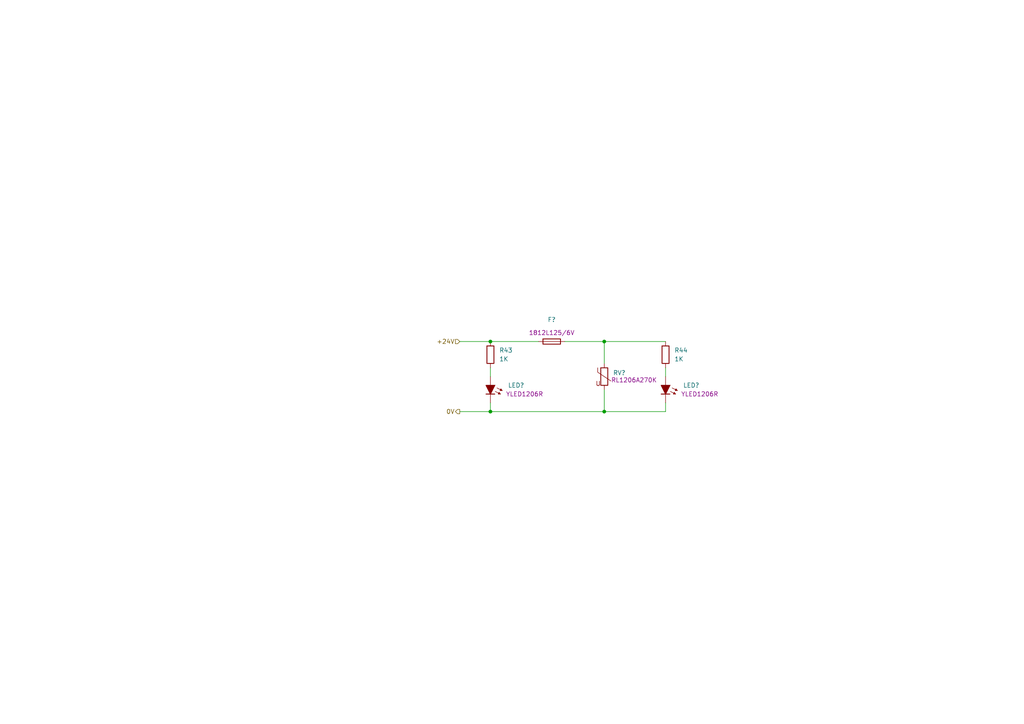
<source format=kicad_sch>
(kicad_sch (version 20250114) (generator "eeschema") (generator_version "9.0")
  (paper "A4")
  (lib_symbols
    (symbol "Device:Fuse" (pin_numbers (hide yes)) (pin_names (offset 0))
      (property "Reference" "F" (at 2.032 0 90))
      (property "Value" "Fuse" (at -1.905 0 90))
      (symbol "Fuse_0_1"
        (rectangle (start -0.762 -2.54) (end 0.762 2.54) (stroke (width 0.254)))
        (polyline (pts (xy 0 2.54) (xy 0 -2.54)))
      )
      (symbol "Fuse_1_1"
        (pin passive line (at 0 3.81 270) (length 1.27) (name "~") (number "1"))
        (pin passive line (at 0 -3.81 90) (length 1.27) (name "~") (number "2"))
      )
    )
    (symbol "Device:Varistor" (pin_numbers (hide yes)) (pin_names (offset 0))
      (property "Reference" "RV" (at 3.175 0 90))
      (property "Value" "Varistor" (at -3.175 0 90))
      (symbol "Varistor_0_0"
        (text "U" (at -1.778 -2.032 0) (effects (font (size 1.27 1.27))))
      )
      (symbol "Varistor_0_1"
        (polyline (pts (xy -1.905 2.54) (xy -1.905 1.27) (xy 1.905 -1.27)))
        (rectangle (start -1.016 -2.54) (end 1.016 2.54) (stroke (width 0.254)))
      )
      (symbol "Varistor_1_1"
        (pin passive line (at 0 3.81 270) (length 1.27) (name "~") (number "1"))
        (pin passive line (at 0 -3.81 90) (length 1.27) (name "~") (number "2"))
      )
    )
    (symbol "LED_AKL:LED_1.8mm_SMD" (pin_numbers (hide yes)) (pin_names (offset 1.016) (hide yes))
      (property "Reference" "LED" (at 0 7.62 0))
      (property "Value" "LED_1.8mm_SMD" (at 0 5.08 0))
      (symbol "LED_1.8mm_SMD_0_1"
        (polyline (pts (xy -1.27 1.27) (xy -1.27 -1.27) (xy 1.27 0) (xy -1.27 1.27)) (stroke (width 0.254)) (fill (type outline)))
        (polyline (pts (xy -0.508 1.905) (xy 0.254 3.429)) (stroke (width 0.1524)))
        (polyline (pts (xy 0 2.921) (xy -0.254 3.048)) (stroke (width 0.1524)))
        (polyline (pts (xy 0 2.921) (xy 0.254 2.794)) (stroke (width 0.1524)))
        (polyline (pts (xy 0.254 2.794) (xy -0.254 3.048) (xy 0.254 3.429) (xy 0.254 2.794)) (stroke (width 0.1524)) (fill (type outline)))
        (polyline (pts (xy 0.508 1.397) (xy 1.27 2.921)) (stroke (width 0.1524)))
        (polyline (pts (xy 1.016 2.413) (xy 0.762 2.54)) (stroke (width 0.1524)))
        (polyline (pts (xy 1.016 2.413) (xy 1.27 2.286)) (stroke (width 0.1524)))
        (polyline (pts (xy 1.27 2.286) (xy 0.762 2.54) (xy 1.27 2.921) (xy 1.27 2.286)) (stroke (width 0.1524)) (fill (type outline)))
        (polyline (pts (xy 1.27 1.27) (xy 1.27 -1.27)) (stroke (width 0.254)))
        (polyline (pts (xy 1.27 0) (xy -1.27 0)))
      )
      (symbol "LED_1.8mm_SMD_0_2"
        (polyline (pts (xy -2.54 -2.54) (xy 2.54 2.54)))
        (polyline (pts (xy -2.159 2.413) (xy -2.286 1.778) (xy -1.6764 1.9812) (xy -2.159 2.413)) (fill (type outline)))
        (polyline (pts (xy -1.651 0.889) (xy -2.159 2.413)))
        (polyline (pts (xy -1.016 2.794) (xy -1.143 2.159) (xy -0.5334 2.3622) (xy -1.016 2.794)) (fill (type outline)))
        (polyline (pts (xy -0.889 -0.889) (xy -1.778 0) (xy 0.889 0.889) (xy 0 -1.778) (xy -0.889 -0.889)) (stroke (width 0.254)) (fill (type outline)))
        (polyline (pts (xy -0.508 1.27) (xy -1.016 2.794)))
        (polyline (pts (xy 0 1.778) (xy 1.778 0)) (stroke (width 0.254)))
      )
      (symbol "LED_1.8mm_SMD_1_1"
        (pin passive line (at -3.81 0 0) (length 2.54) (name "A") (number "2"))
        (pin passive line (at 3.81 0 180) (length 2.54) (name "K") (number "1"))
      )
      (symbol "LED_1.8mm_SMD_1_2"
        (pin passive line (at -2.54 -2.54 0) (length 0) (name "A") (number "2"))
        (pin passive line (at 2.54 2.54 180) (length 0) (name "K") (number "1"))
      )
    )
    (symbol "Resistor_AKL:R_0603" (pin_numbers (hide yes)) (pin_names (offset 0))
      (property "Reference" "R" (at 2.54 1.27 0))
      (property "Value" "R_0603" (at 2.54 -1.27 0))
      (symbol "R_0603_0_1"
        (rectangle (start -1.016 2.54) (end 1.016 -2.54) (stroke (width 0.254)))
      )
      (symbol "R_0603_0_2"
        (polyline (pts (xy -2.54 -2.54) (xy -1.524 -1.524)))
        (polyline (pts (xy 1.524 1.524) (xy 2.54 2.54)))
        (polyline (pts (xy 1.524 1.524) (xy 0.889 2.159) (xy -2.159 -0.889) (xy -0.889 -2.159) (xy 2.159 0.889) (xy 1.524 1.524)) (stroke (width 0.254)))
      )
      (symbol "R_0603_1_1"
        (pin passive line (at 0 3.81 270) (length 1.27) (name "~") (number "1"))
        (pin passive line (at 0 -3.81 90) (length 1.27) (name "~") (number "2"))
      )
      (symbol "R_0603_1_2"
        (pin passive line (at -2.54 -2.54 0) (length 0) (name "") (number "2"))
        (pin passive line (at 2.54 2.54 180) (length 0) (name "") (number "1"))
      )
    )
  )
  (junction (at 142.24 119.38))
  (junction (at 175.26 119.38))
  (junction (at 175.26 99.06))
  (junction (at 142.24 99.06))
  (wire (pts (xy 175.26 119.38) (xy 193.04 119.38)))
  (wire (pts (xy 142.24 99.06) (xy 156.21 99.06)))
  (wire (pts (xy 193.04 106.68) (xy 193.04 109.22)))
  (wire (pts (xy 175.26 113.03) (xy 175.26 119.38)))
  (wire (pts (xy 142.24 116.84) (xy 142.24 119.38)))
  (wire (pts (xy 163.83 99.06) (xy 175.26 99.06)))
  (wire (pts (xy 193.04 119.38) (xy 193.04 116.84)))
  (wire (pts (xy 175.26 99.06) (xy 175.26 105.41)))
  (wire (pts (xy 142.24 106.68) (xy 142.24 109.22)))
  (wire (pts (xy 133.35 119.38) (xy 142.24 119.38)))
  (wire (pts (xy 175.26 99.06) (xy 193.04 99.06)))
  (wire (pts (xy 142.24 119.38) (xy 175.26 119.38)))
  (wire (pts (xy 133.35 99.06) (xy 142.24 99.06)))
  (hierarchical_label "+24V" (shape input) (at 133.35 99.06 180))
  (hierarchical_label "0V" (shape output) (at 133.35 119.38 180))
  (symbol (lib_id "Device:Fuse") (at 160.02 99.06 270) (unit 1)
    (property "Reference" "F?" (at 160.02 92.71 90))
    (property "Value" "Fuse" (effects (hide yes)))
    (property "Footprint" "Fuse:Fuse_0603_1608Metric" (effects (hide yes)))
    (property "Description" "Fuse" (effects (hide yes)))
    (property "Part number" "1812L125/6V" (at 160.02 96.52 90))
  )
  (symbol (lib_id "LED_AKL:LED_1.8mm_SMD") (at 193.04 113.03 270) (unit 1)
    (property "Reference" "LED?" (at 198.12 111.7599 90) (effects (justify left)))
    (property "Value" "LED_1.8mm_SMD" (effects (hide yes)))
    (property "Footprint" "LED_SMD_AKL:LED_1.8mm_GullWing" (effects (hide yes)))
    (property "Description" "LED, Generic 1.8mm SMD subminiature gull wing, Alternate KiCad Library" (effects (hide yes)))
    (property "Part number" "YLED1206R" (at 202.946 114.3 90))
  )
  (symbol (lib_id "LED_AKL:LED_1.8mm_SMD") (at 142.24 113.03 270) (unit 1)
    (property "Reference" "LED?" (at 147.32 111.7599 90) (effects (justify left)))
    (property "Value" "LED_1.8mm_SMD" (effects (hide yes)))
    (property "Footprint" "LED_SMD_AKL:LED_1.8mm_GullWing" (effects (hide yes)))
    (property "Description" "LED, Generic 1.8mm SMD subminiature gull wing, Alternate KiCad Library" (effects (hide yes)))
    (property "Part number" "YLED1206R" (at 152.146 114.3 90))
  )
  (symbol (lib_id "Device:Varistor") (at 175.26 109.22 0) (unit 1)
    (property "Reference" "RV?" (at 177.8 108.1432 0) (effects (justify left)))
    (property "Value" "Varistor" (effects (hide yes)))
    (property "Footprint" "Varistor:RV_Disc_D7mm_W3.4mm_P5mm" (effects (hide yes)))
    (property "Description" "Voltage dependent resistor" (effects (hide yes)))
    (property "Sim.Name" "kicad_builtin_varistor" (effects (hide yes)))
    (property "Sim.Device" "SUBCKT" (effects (hide yes)))
    (property "Sim.Pins" "1=A 2=B" (effects (hide yes)))
    (property "Sim.Params" "threshold=1k" (effects (hide yes)))
    (property "Sim.Library" "${KICAD9_SYMBOL_DIR}/Simulation_SPICE.sp" (effects (hide yes)))
    (property "Part number" "RL1206A270K" (at 183.896 110.236 0))
  )
  (symbol (lib_id "Resistor_AKL:R_0603") (at 142.24 102.87 180) (unit 1)
    (property "Reference" "R43" (at 144.78 101.5999 0) (effects (justify right)))
    (property "Value" "1K" (at 144.78 104.1399 0) (effects (justify right)))
    (property "Footprint" "Resistor_SMD_AKL:R_0603_1608Metric" (effects (hide yes)))
    (property "Description" "SMD 0603 Chip Resistor, European Symbol, Alternate KiCad Library" (effects (hide yes)))
  )
  (symbol (lib_id "Resistor_AKL:R_0603") (at 193.04 102.87 180) (unit 1)
    (property "Reference" "R44" (at 195.58 101.5999 0) (effects (justify right)))
    (property "Value" "1K" (at 195.58 104.1399 0) (effects (justify right)))
    (property "Footprint" "Resistor_SMD_AKL:R_0603_1608Metric" (effects (hide yes)))
    (property "Description" "SMD 0603 Chip Resistor, European Symbol, Alternate KiCad Library" (effects (hide yes)))
  )
)
</source>
